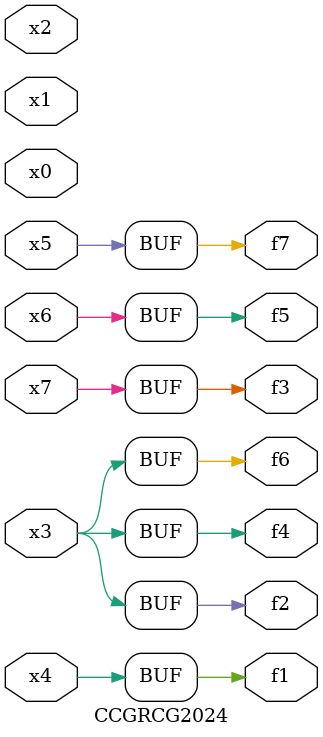
<source format=v>
module CCGRCG2024(
	input x0, x1, x2, x3, x4, x5, x6, x7,
	output f1, f2, f3, f4, f5, f6, f7
);
	assign f1 = x4;
	assign f2 = x3;
	assign f3 = x7;
	assign f4 = x3;
	assign f5 = x6;
	assign f6 = x3;
	assign f7 = x5;
endmodule

</source>
